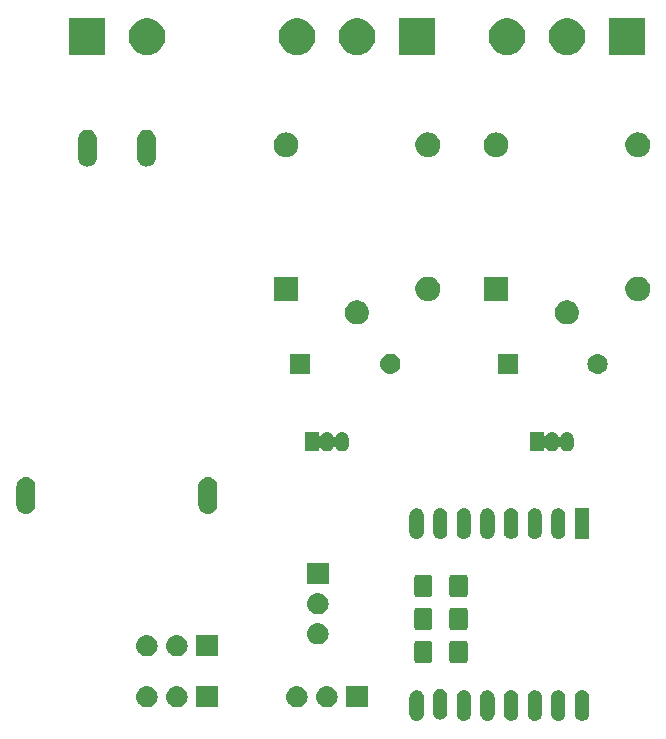
<source format=gbr>
G04 #@! TF.GenerationSoftware,KiCad,Pcbnew,5.0.2-bee76a0~70~ubuntu18.10.1*
G04 #@! TF.CreationDate,2019-05-17T12:20:37+02:00*
G04 #@! TF.ProjectId,interruptor,696e7465-7272-4757-9074-6f722e6b6963,rev?*
G04 #@! TF.SameCoordinates,Original*
G04 #@! TF.FileFunction,Soldermask,Bot*
G04 #@! TF.FilePolarity,Negative*
%FSLAX46Y46*%
G04 Gerber Fmt 4.6, Leading zero omitted, Abs format (unit mm)*
G04 Created by KiCad (PCBNEW 5.0.2-bee76a0~70~ubuntu18.10.1) date vie 17 may 2019 12:20:37 CEST*
%MOMM*%
%LPD*%
G01*
G04 APERTURE LIST*
%ADD10C,0.100000*%
G04 APERTURE END LIST*
D10*
G36*
X120737818Y-120087696D02*
X120851105Y-120122062D01*
X120955513Y-120177869D01*
X121047027Y-120252973D01*
X121122131Y-120344487D01*
X121177938Y-120448895D01*
X121212304Y-120562182D01*
X121221000Y-120650481D01*
X121221000Y-122109519D01*
X121212304Y-122197818D01*
X121177938Y-122311105D01*
X121126666Y-122407027D01*
X121122130Y-122415513D01*
X121047027Y-122507027D01*
X121009362Y-122537937D01*
X120955512Y-122582131D01*
X120851104Y-122637938D01*
X120737817Y-122672304D01*
X120620000Y-122683907D01*
X120502182Y-122672304D01*
X120388895Y-122637938D01*
X120284488Y-122582131D01*
X120270572Y-122570711D01*
X120192973Y-122507027D01*
X120159120Y-122465776D01*
X120117869Y-122415512D01*
X120062062Y-122311104D01*
X120027696Y-122197817D01*
X120019000Y-122109518D01*
X120019001Y-120650481D01*
X120027697Y-120562182D01*
X120062063Y-120448895D01*
X120117870Y-120344487D01*
X120192974Y-120252973D01*
X120284488Y-120177869D01*
X120388896Y-120122062D01*
X120502183Y-120087696D01*
X120620000Y-120076093D01*
X120737818Y-120087696D01*
X120737818Y-120087696D01*
G37*
G36*
X124737818Y-120087696D02*
X124851105Y-120122062D01*
X124955513Y-120177869D01*
X125047027Y-120252973D01*
X125122131Y-120344487D01*
X125177938Y-120448895D01*
X125212304Y-120562182D01*
X125221000Y-120650481D01*
X125221000Y-122109519D01*
X125212304Y-122197818D01*
X125177938Y-122311105D01*
X125126666Y-122407027D01*
X125122130Y-122415513D01*
X125047027Y-122507027D01*
X125009362Y-122537937D01*
X124955512Y-122582131D01*
X124851104Y-122637938D01*
X124737817Y-122672304D01*
X124620000Y-122683907D01*
X124502182Y-122672304D01*
X124388895Y-122637938D01*
X124284488Y-122582131D01*
X124270572Y-122570711D01*
X124192973Y-122507027D01*
X124159120Y-122465776D01*
X124117869Y-122415512D01*
X124062062Y-122311104D01*
X124027696Y-122197817D01*
X124019000Y-122109518D01*
X124019001Y-120650481D01*
X124027697Y-120562182D01*
X124062063Y-120448895D01*
X124117870Y-120344487D01*
X124192974Y-120252973D01*
X124284488Y-120177869D01*
X124388896Y-120122062D01*
X124502183Y-120087696D01*
X124620000Y-120076093D01*
X124737818Y-120087696D01*
X124737818Y-120087696D01*
G37*
G36*
X134737818Y-120087696D02*
X134851105Y-120122062D01*
X134955513Y-120177869D01*
X135047027Y-120252973D01*
X135122131Y-120344487D01*
X135177938Y-120448895D01*
X135212304Y-120562182D01*
X135221000Y-120650481D01*
X135221000Y-122109519D01*
X135212304Y-122197818D01*
X135177938Y-122311105D01*
X135126666Y-122407027D01*
X135122130Y-122415513D01*
X135047027Y-122507027D01*
X135009362Y-122537937D01*
X134955512Y-122582131D01*
X134851104Y-122637938D01*
X134737817Y-122672304D01*
X134620000Y-122683907D01*
X134502182Y-122672304D01*
X134388895Y-122637938D01*
X134284488Y-122582131D01*
X134270572Y-122570711D01*
X134192973Y-122507027D01*
X134159120Y-122465776D01*
X134117869Y-122415512D01*
X134062062Y-122311104D01*
X134027696Y-122197817D01*
X134019000Y-122109518D01*
X134019001Y-120650481D01*
X134027697Y-120562182D01*
X134062063Y-120448895D01*
X134117870Y-120344487D01*
X134192974Y-120252973D01*
X134284488Y-120177869D01*
X134388896Y-120122062D01*
X134502183Y-120087696D01*
X134620000Y-120076093D01*
X134737818Y-120087696D01*
X134737818Y-120087696D01*
G37*
G36*
X132737818Y-120087696D02*
X132851105Y-120122062D01*
X132955513Y-120177869D01*
X133047027Y-120252973D01*
X133122131Y-120344487D01*
X133177938Y-120448895D01*
X133212304Y-120562182D01*
X133221000Y-120650481D01*
X133221000Y-122109519D01*
X133212304Y-122197818D01*
X133177938Y-122311105D01*
X133126666Y-122407027D01*
X133122130Y-122415513D01*
X133047027Y-122507027D01*
X133009362Y-122537937D01*
X132955512Y-122582131D01*
X132851104Y-122637938D01*
X132737817Y-122672304D01*
X132620000Y-122683907D01*
X132502182Y-122672304D01*
X132388895Y-122637938D01*
X132284488Y-122582131D01*
X132270572Y-122570711D01*
X132192973Y-122507027D01*
X132159120Y-122465776D01*
X132117869Y-122415512D01*
X132062062Y-122311104D01*
X132027696Y-122197817D01*
X132019000Y-122109518D01*
X132019001Y-120650481D01*
X132027697Y-120562182D01*
X132062063Y-120448895D01*
X132117870Y-120344487D01*
X132192974Y-120252973D01*
X132284488Y-120177869D01*
X132388896Y-120122062D01*
X132502183Y-120087696D01*
X132620000Y-120076093D01*
X132737818Y-120087696D01*
X132737818Y-120087696D01*
G37*
G36*
X128737818Y-120087696D02*
X128851105Y-120122062D01*
X128955513Y-120177869D01*
X129047027Y-120252973D01*
X129122131Y-120344487D01*
X129177938Y-120448895D01*
X129212304Y-120562182D01*
X129221000Y-120650481D01*
X129221000Y-122109519D01*
X129212304Y-122197818D01*
X129177938Y-122311105D01*
X129126666Y-122407027D01*
X129122130Y-122415513D01*
X129047027Y-122507027D01*
X129009362Y-122537937D01*
X128955512Y-122582131D01*
X128851104Y-122637938D01*
X128737817Y-122672304D01*
X128620000Y-122683907D01*
X128502182Y-122672304D01*
X128388895Y-122637938D01*
X128284488Y-122582131D01*
X128270572Y-122570711D01*
X128192973Y-122507027D01*
X128159120Y-122465776D01*
X128117869Y-122415512D01*
X128062062Y-122311104D01*
X128027696Y-122197817D01*
X128019000Y-122109518D01*
X128019001Y-120650481D01*
X128027697Y-120562182D01*
X128062063Y-120448895D01*
X128117870Y-120344487D01*
X128192974Y-120252973D01*
X128284488Y-120177869D01*
X128388896Y-120122062D01*
X128502183Y-120087696D01*
X128620000Y-120076093D01*
X128737818Y-120087696D01*
X128737818Y-120087696D01*
G37*
G36*
X126737818Y-120087696D02*
X126851105Y-120122062D01*
X126955513Y-120177869D01*
X127047027Y-120252973D01*
X127122131Y-120344487D01*
X127177938Y-120448895D01*
X127212304Y-120562182D01*
X127221000Y-120650481D01*
X127221000Y-122109519D01*
X127212304Y-122197818D01*
X127177938Y-122311105D01*
X127126666Y-122407027D01*
X127122130Y-122415513D01*
X127047027Y-122507027D01*
X127009362Y-122537937D01*
X126955512Y-122582131D01*
X126851104Y-122637938D01*
X126737817Y-122672304D01*
X126620000Y-122683907D01*
X126502182Y-122672304D01*
X126388895Y-122637938D01*
X126284488Y-122582131D01*
X126270572Y-122570711D01*
X126192973Y-122507027D01*
X126159120Y-122465776D01*
X126117869Y-122415512D01*
X126062062Y-122311104D01*
X126027696Y-122197817D01*
X126019000Y-122109518D01*
X126019001Y-120650481D01*
X126027697Y-120562182D01*
X126062063Y-120448895D01*
X126117870Y-120344487D01*
X126192974Y-120252973D01*
X126284488Y-120177869D01*
X126388896Y-120122062D01*
X126502183Y-120087696D01*
X126620000Y-120076093D01*
X126737818Y-120087696D01*
X126737818Y-120087696D01*
G37*
G36*
X130737818Y-120087696D02*
X130851105Y-120122062D01*
X130955513Y-120177869D01*
X131047027Y-120252973D01*
X131122131Y-120344487D01*
X131177938Y-120448895D01*
X131212304Y-120562182D01*
X131221000Y-120650481D01*
X131221000Y-122109519D01*
X131212304Y-122197818D01*
X131177938Y-122311105D01*
X131126666Y-122407027D01*
X131122130Y-122415513D01*
X131047027Y-122507027D01*
X131009362Y-122537937D01*
X130955512Y-122582131D01*
X130851104Y-122637938D01*
X130737817Y-122672304D01*
X130620000Y-122683907D01*
X130502182Y-122672304D01*
X130388895Y-122637938D01*
X130284488Y-122582131D01*
X130270572Y-122570711D01*
X130192973Y-122507027D01*
X130159120Y-122465776D01*
X130117869Y-122415512D01*
X130062062Y-122311104D01*
X130027696Y-122197817D01*
X130019000Y-122109518D01*
X130019001Y-120650481D01*
X130027697Y-120562182D01*
X130062063Y-120448895D01*
X130117870Y-120344487D01*
X130192974Y-120252973D01*
X130284488Y-120177869D01*
X130388896Y-120122062D01*
X130502183Y-120087696D01*
X130620000Y-120076093D01*
X130737818Y-120087696D01*
X130737818Y-120087696D01*
G37*
G36*
X122737818Y-119987696D02*
X122851105Y-120022062D01*
X122955513Y-120077869D01*
X123047027Y-120152973D01*
X123122131Y-120244487D01*
X123177938Y-120348895D01*
X123212304Y-120462182D01*
X123221000Y-120550481D01*
X123221000Y-122009519D01*
X123212304Y-122097818D01*
X123177938Y-122211105D01*
X123122131Y-122315512D01*
X123122130Y-122315513D01*
X123047027Y-122407027D01*
X123005776Y-122440880D01*
X122955512Y-122482131D01*
X122851104Y-122537938D01*
X122737817Y-122572304D01*
X122620000Y-122583907D01*
X122502182Y-122572304D01*
X122388895Y-122537938D01*
X122284488Y-122482131D01*
X122270572Y-122470711D01*
X122192973Y-122407027D01*
X122159120Y-122365776D01*
X122117869Y-122315512D01*
X122062062Y-122211104D01*
X122027696Y-122097817D01*
X122019000Y-122009518D01*
X122019001Y-120550481D01*
X122027697Y-120462182D01*
X122062063Y-120348895D01*
X122117870Y-120244487D01*
X122192974Y-120152973D01*
X122284488Y-120077869D01*
X122388896Y-120022062D01*
X122502183Y-119987696D01*
X122620000Y-119976093D01*
X122737818Y-119987696D01*
X122737818Y-119987696D01*
G37*
G36*
X110600442Y-119755518D02*
X110666627Y-119762037D01*
X110779853Y-119796384D01*
X110836467Y-119813557D01*
X110975087Y-119887652D01*
X110992991Y-119897222D01*
X111028729Y-119926552D01*
X111130186Y-120009814D01*
X111186036Y-120077869D01*
X111242778Y-120147009D01*
X111242779Y-120147011D01*
X111326443Y-120303533D01*
X111326443Y-120303534D01*
X111377963Y-120473373D01*
X111395359Y-120650000D01*
X111377963Y-120826627D01*
X111343616Y-120939853D01*
X111326443Y-120996467D01*
X111252348Y-121135087D01*
X111242778Y-121152991D01*
X111213448Y-121188729D01*
X111130186Y-121290186D01*
X111028729Y-121373448D01*
X110992991Y-121402778D01*
X110992989Y-121402779D01*
X110836467Y-121486443D01*
X110779853Y-121503616D01*
X110666627Y-121537963D01*
X110600443Y-121544481D01*
X110534260Y-121551000D01*
X110445740Y-121551000D01*
X110379557Y-121544481D01*
X110313373Y-121537963D01*
X110200147Y-121503616D01*
X110143533Y-121486443D01*
X109987011Y-121402779D01*
X109987009Y-121402778D01*
X109951271Y-121373448D01*
X109849814Y-121290186D01*
X109766552Y-121188729D01*
X109737222Y-121152991D01*
X109727652Y-121135087D01*
X109653557Y-120996467D01*
X109636384Y-120939853D01*
X109602037Y-120826627D01*
X109584641Y-120650000D01*
X109602037Y-120473373D01*
X109653557Y-120303534D01*
X109653557Y-120303533D01*
X109737221Y-120147011D01*
X109737222Y-120147009D01*
X109793964Y-120077869D01*
X109849814Y-120009814D01*
X109951271Y-119926552D01*
X109987009Y-119897222D01*
X110004913Y-119887652D01*
X110143533Y-119813557D01*
X110200147Y-119796384D01*
X110313373Y-119762037D01*
X110379558Y-119755518D01*
X110445740Y-119749000D01*
X110534260Y-119749000D01*
X110600442Y-119755518D01*
X110600442Y-119755518D01*
G37*
G36*
X116471000Y-121551000D02*
X114669000Y-121551000D01*
X114669000Y-119749000D01*
X116471000Y-119749000D01*
X116471000Y-121551000D01*
X116471000Y-121551000D01*
G37*
G36*
X113140442Y-119755518D02*
X113206627Y-119762037D01*
X113319853Y-119796384D01*
X113376467Y-119813557D01*
X113515087Y-119887652D01*
X113532991Y-119897222D01*
X113568729Y-119926552D01*
X113670186Y-120009814D01*
X113726036Y-120077869D01*
X113782778Y-120147009D01*
X113782779Y-120147011D01*
X113866443Y-120303533D01*
X113866443Y-120303534D01*
X113917963Y-120473373D01*
X113935359Y-120650000D01*
X113917963Y-120826627D01*
X113883616Y-120939853D01*
X113866443Y-120996467D01*
X113792348Y-121135087D01*
X113782778Y-121152991D01*
X113753448Y-121188729D01*
X113670186Y-121290186D01*
X113568729Y-121373448D01*
X113532991Y-121402778D01*
X113532989Y-121402779D01*
X113376467Y-121486443D01*
X113319853Y-121503616D01*
X113206627Y-121537963D01*
X113140443Y-121544481D01*
X113074260Y-121551000D01*
X112985740Y-121551000D01*
X112919557Y-121544481D01*
X112853373Y-121537963D01*
X112740147Y-121503616D01*
X112683533Y-121486443D01*
X112527011Y-121402779D01*
X112527009Y-121402778D01*
X112491271Y-121373448D01*
X112389814Y-121290186D01*
X112306552Y-121188729D01*
X112277222Y-121152991D01*
X112267652Y-121135087D01*
X112193557Y-120996467D01*
X112176384Y-120939853D01*
X112142037Y-120826627D01*
X112124641Y-120650000D01*
X112142037Y-120473373D01*
X112193557Y-120303534D01*
X112193557Y-120303533D01*
X112277221Y-120147011D01*
X112277222Y-120147009D01*
X112333964Y-120077869D01*
X112389814Y-120009814D01*
X112491271Y-119926552D01*
X112527009Y-119897222D01*
X112544913Y-119887652D01*
X112683533Y-119813557D01*
X112740147Y-119796384D01*
X112853373Y-119762037D01*
X112919558Y-119755518D01*
X112985740Y-119749000D01*
X113074260Y-119749000D01*
X113140442Y-119755518D01*
X113140442Y-119755518D01*
G37*
G36*
X103771000Y-121551000D02*
X101969000Y-121551000D01*
X101969000Y-119749000D01*
X103771000Y-119749000D01*
X103771000Y-121551000D01*
X103771000Y-121551000D01*
G37*
G36*
X100440442Y-119755518D02*
X100506627Y-119762037D01*
X100619853Y-119796384D01*
X100676467Y-119813557D01*
X100815087Y-119887652D01*
X100832991Y-119897222D01*
X100868729Y-119926552D01*
X100970186Y-120009814D01*
X101026036Y-120077869D01*
X101082778Y-120147009D01*
X101082779Y-120147011D01*
X101166443Y-120303533D01*
X101166443Y-120303534D01*
X101217963Y-120473373D01*
X101235359Y-120650000D01*
X101217963Y-120826627D01*
X101183616Y-120939853D01*
X101166443Y-120996467D01*
X101092348Y-121135087D01*
X101082778Y-121152991D01*
X101053448Y-121188729D01*
X100970186Y-121290186D01*
X100868729Y-121373448D01*
X100832991Y-121402778D01*
X100832989Y-121402779D01*
X100676467Y-121486443D01*
X100619853Y-121503616D01*
X100506627Y-121537963D01*
X100440443Y-121544481D01*
X100374260Y-121551000D01*
X100285740Y-121551000D01*
X100219557Y-121544481D01*
X100153373Y-121537963D01*
X100040147Y-121503616D01*
X99983533Y-121486443D01*
X99827011Y-121402779D01*
X99827009Y-121402778D01*
X99791271Y-121373448D01*
X99689814Y-121290186D01*
X99606552Y-121188729D01*
X99577222Y-121152991D01*
X99567652Y-121135087D01*
X99493557Y-120996467D01*
X99476384Y-120939853D01*
X99442037Y-120826627D01*
X99424641Y-120650000D01*
X99442037Y-120473373D01*
X99493557Y-120303534D01*
X99493557Y-120303533D01*
X99577221Y-120147011D01*
X99577222Y-120147009D01*
X99633964Y-120077869D01*
X99689814Y-120009814D01*
X99791271Y-119926552D01*
X99827009Y-119897222D01*
X99844913Y-119887652D01*
X99983533Y-119813557D01*
X100040147Y-119796384D01*
X100153373Y-119762037D01*
X100219558Y-119755518D01*
X100285740Y-119749000D01*
X100374260Y-119749000D01*
X100440442Y-119755518D01*
X100440442Y-119755518D01*
G37*
G36*
X97900442Y-119755518D02*
X97966627Y-119762037D01*
X98079853Y-119796384D01*
X98136467Y-119813557D01*
X98275087Y-119887652D01*
X98292991Y-119897222D01*
X98328729Y-119926552D01*
X98430186Y-120009814D01*
X98486036Y-120077869D01*
X98542778Y-120147009D01*
X98542779Y-120147011D01*
X98626443Y-120303533D01*
X98626443Y-120303534D01*
X98677963Y-120473373D01*
X98695359Y-120650000D01*
X98677963Y-120826627D01*
X98643616Y-120939853D01*
X98626443Y-120996467D01*
X98552348Y-121135087D01*
X98542778Y-121152991D01*
X98513448Y-121188729D01*
X98430186Y-121290186D01*
X98328729Y-121373448D01*
X98292991Y-121402778D01*
X98292989Y-121402779D01*
X98136467Y-121486443D01*
X98079853Y-121503616D01*
X97966627Y-121537963D01*
X97900443Y-121544481D01*
X97834260Y-121551000D01*
X97745740Y-121551000D01*
X97679557Y-121544481D01*
X97613373Y-121537963D01*
X97500147Y-121503616D01*
X97443533Y-121486443D01*
X97287011Y-121402779D01*
X97287009Y-121402778D01*
X97251271Y-121373448D01*
X97149814Y-121290186D01*
X97066552Y-121188729D01*
X97037222Y-121152991D01*
X97027652Y-121135087D01*
X96953557Y-120996467D01*
X96936384Y-120939853D01*
X96902037Y-120826627D01*
X96884641Y-120650000D01*
X96902037Y-120473373D01*
X96953557Y-120303534D01*
X96953557Y-120303533D01*
X97037221Y-120147011D01*
X97037222Y-120147009D01*
X97093964Y-120077869D01*
X97149814Y-120009814D01*
X97251271Y-119926552D01*
X97287009Y-119897222D01*
X97304913Y-119887652D01*
X97443533Y-119813557D01*
X97500147Y-119796384D01*
X97613373Y-119762037D01*
X97679558Y-119755518D01*
X97745740Y-119749000D01*
X97834260Y-119749000D01*
X97900442Y-119755518D01*
X97900442Y-119755518D01*
G37*
G36*
X121807562Y-115918181D02*
X121842477Y-115928773D01*
X121874665Y-115945978D01*
X121902873Y-115969127D01*
X121926022Y-115997335D01*
X121943227Y-116029523D01*
X121953819Y-116064438D01*
X121958000Y-116106895D01*
X121958000Y-117573105D01*
X121953819Y-117615562D01*
X121943227Y-117650477D01*
X121926022Y-117682665D01*
X121902873Y-117710873D01*
X121874665Y-117734022D01*
X121842477Y-117751227D01*
X121807562Y-117761819D01*
X121765105Y-117766000D01*
X120623895Y-117766000D01*
X120581438Y-117761819D01*
X120546523Y-117751227D01*
X120514335Y-117734022D01*
X120486127Y-117710873D01*
X120462978Y-117682665D01*
X120445773Y-117650477D01*
X120435181Y-117615562D01*
X120431000Y-117573105D01*
X120431000Y-116106895D01*
X120435181Y-116064438D01*
X120445773Y-116029523D01*
X120462978Y-115997335D01*
X120486127Y-115969127D01*
X120514335Y-115945978D01*
X120546523Y-115928773D01*
X120581438Y-115918181D01*
X120623895Y-115914000D01*
X121765105Y-115914000D01*
X121807562Y-115918181D01*
X121807562Y-115918181D01*
G37*
G36*
X124782562Y-115918181D02*
X124817477Y-115928773D01*
X124849665Y-115945978D01*
X124877873Y-115969127D01*
X124901022Y-115997335D01*
X124918227Y-116029523D01*
X124928819Y-116064438D01*
X124933000Y-116106895D01*
X124933000Y-117573105D01*
X124928819Y-117615562D01*
X124918227Y-117650477D01*
X124901022Y-117682665D01*
X124877873Y-117710873D01*
X124849665Y-117734022D01*
X124817477Y-117751227D01*
X124782562Y-117761819D01*
X124740105Y-117766000D01*
X123598895Y-117766000D01*
X123556438Y-117761819D01*
X123521523Y-117751227D01*
X123489335Y-117734022D01*
X123461127Y-117710873D01*
X123437978Y-117682665D01*
X123420773Y-117650477D01*
X123410181Y-117615562D01*
X123406000Y-117573105D01*
X123406000Y-116106895D01*
X123410181Y-116064438D01*
X123420773Y-116029523D01*
X123437978Y-115997335D01*
X123461127Y-115969127D01*
X123489335Y-115945978D01*
X123521523Y-115928773D01*
X123556438Y-115918181D01*
X123598895Y-115914000D01*
X124740105Y-115914000D01*
X124782562Y-115918181D01*
X124782562Y-115918181D01*
G37*
G36*
X97900442Y-115437518D02*
X97966627Y-115444037D01*
X98079853Y-115478384D01*
X98136467Y-115495557D01*
X98275087Y-115569652D01*
X98292991Y-115579222D01*
X98328729Y-115608552D01*
X98430186Y-115691814D01*
X98513448Y-115793271D01*
X98542778Y-115829009D01*
X98542779Y-115829011D01*
X98626443Y-115985533D01*
X98630023Y-115997335D01*
X98677963Y-116155373D01*
X98695359Y-116332000D01*
X98677963Y-116508627D01*
X98643616Y-116621853D01*
X98626443Y-116678467D01*
X98552348Y-116817087D01*
X98542778Y-116834991D01*
X98513448Y-116870729D01*
X98430186Y-116972186D01*
X98328729Y-117055448D01*
X98292991Y-117084778D01*
X98292989Y-117084779D01*
X98136467Y-117168443D01*
X98079853Y-117185616D01*
X97966627Y-117219963D01*
X97900442Y-117226482D01*
X97834260Y-117233000D01*
X97745740Y-117233000D01*
X97679558Y-117226482D01*
X97613373Y-117219963D01*
X97500147Y-117185616D01*
X97443533Y-117168443D01*
X97287011Y-117084779D01*
X97287009Y-117084778D01*
X97251271Y-117055448D01*
X97149814Y-116972186D01*
X97066552Y-116870729D01*
X97037222Y-116834991D01*
X97027652Y-116817087D01*
X96953557Y-116678467D01*
X96936384Y-116621853D01*
X96902037Y-116508627D01*
X96884641Y-116332000D01*
X96902037Y-116155373D01*
X96949977Y-115997335D01*
X96953557Y-115985533D01*
X97037221Y-115829011D01*
X97037222Y-115829009D01*
X97066552Y-115793271D01*
X97149814Y-115691814D01*
X97251271Y-115608552D01*
X97287009Y-115579222D01*
X97304913Y-115569652D01*
X97443533Y-115495557D01*
X97500147Y-115478384D01*
X97613373Y-115444037D01*
X97679558Y-115437518D01*
X97745740Y-115431000D01*
X97834260Y-115431000D01*
X97900442Y-115437518D01*
X97900442Y-115437518D01*
G37*
G36*
X100440442Y-115437518D02*
X100506627Y-115444037D01*
X100619853Y-115478384D01*
X100676467Y-115495557D01*
X100815087Y-115569652D01*
X100832991Y-115579222D01*
X100868729Y-115608552D01*
X100970186Y-115691814D01*
X101053448Y-115793271D01*
X101082778Y-115829009D01*
X101082779Y-115829011D01*
X101166443Y-115985533D01*
X101170023Y-115997335D01*
X101217963Y-116155373D01*
X101235359Y-116332000D01*
X101217963Y-116508627D01*
X101183616Y-116621853D01*
X101166443Y-116678467D01*
X101092348Y-116817087D01*
X101082778Y-116834991D01*
X101053448Y-116870729D01*
X100970186Y-116972186D01*
X100868729Y-117055448D01*
X100832991Y-117084778D01*
X100832989Y-117084779D01*
X100676467Y-117168443D01*
X100619853Y-117185616D01*
X100506627Y-117219963D01*
X100440442Y-117226482D01*
X100374260Y-117233000D01*
X100285740Y-117233000D01*
X100219558Y-117226482D01*
X100153373Y-117219963D01*
X100040147Y-117185616D01*
X99983533Y-117168443D01*
X99827011Y-117084779D01*
X99827009Y-117084778D01*
X99791271Y-117055448D01*
X99689814Y-116972186D01*
X99606552Y-116870729D01*
X99577222Y-116834991D01*
X99567652Y-116817087D01*
X99493557Y-116678467D01*
X99476384Y-116621853D01*
X99442037Y-116508627D01*
X99424641Y-116332000D01*
X99442037Y-116155373D01*
X99489977Y-115997335D01*
X99493557Y-115985533D01*
X99577221Y-115829011D01*
X99577222Y-115829009D01*
X99606552Y-115793271D01*
X99689814Y-115691814D01*
X99791271Y-115608552D01*
X99827009Y-115579222D01*
X99844913Y-115569652D01*
X99983533Y-115495557D01*
X100040147Y-115478384D01*
X100153373Y-115444037D01*
X100219558Y-115437518D01*
X100285740Y-115431000D01*
X100374260Y-115431000D01*
X100440442Y-115437518D01*
X100440442Y-115437518D01*
G37*
G36*
X103771000Y-117233000D02*
X101969000Y-117233000D01*
X101969000Y-115431000D01*
X103771000Y-115431000D01*
X103771000Y-117233000D01*
X103771000Y-117233000D01*
G37*
G36*
X112378442Y-114421518D02*
X112444627Y-114428037D01*
X112557853Y-114462384D01*
X112614467Y-114479557D01*
X112753087Y-114553652D01*
X112770991Y-114563222D01*
X112806729Y-114592552D01*
X112908186Y-114675814D01*
X112991448Y-114777271D01*
X113020778Y-114813009D01*
X113020779Y-114813011D01*
X113104443Y-114969533D01*
X113104443Y-114969534D01*
X113155963Y-115139373D01*
X113173359Y-115316000D01*
X113155963Y-115492627D01*
X113155074Y-115495557D01*
X113104443Y-115662467D01*
X113088756Y-115691814D01*
X113020778Y-115818991D01*
X112991448Y-115854729D01*
X112908186Y-115956186D01*
X112818823Y-116029523D01*
X112770991Y-116068778D01*
X112770989Y-116068779D01*
X112614467Y-116152443D01*
X112557853Y-116169616D01*
X112444627Y-116203963D01*
X112378443Y-116210481D01*
X112312260Y-116217000D01*
X112223740Y-116217000D01*
X112157557Y-116210481D01*
X112091373Y-116203963D01*
X111978147Y-116169616D01*
X111921533Y-116152443D01*
X111765011Y-116068779D01*
X111765009Y-116068778D01*
X111717177Y-116029523D01*
X111627814Y-115956186D01*
X111544552Y-115854729D01*
X111515222Y-115818991D01*
X111447244Y-115691814D01*
X111431557Y-115662467D01*
X111380926Y-115495557D01*
X111380037Y-115492627D01*
X111362641Y-115316000D01*
X111380037Y-115139373D01*
X111431557Y-114969534D01*
X111431557Y-114969533D01*
X111515221Y-114813011D01*
X111515222Y-114813009D01*
X111544552Y-114777271D01*
X111627814Y-114675814D01*
X111729271Y-114592552D01*
X111765009Y-114563222D01*
X111782913Y-114553652D01*
X111921533Y-114479557D01*
X111978147Y-114462384D01*
X112091373Y-114428037D01*
X112157558Y-114421518D01*
X112223740Y-114415000D01*
X112312260Y-114415000D01*
X112378442Y-114421518D01*
X112378442Y-114421518D01*
G37*
G36*
X124782562Y-113124181D02*
X124817477Y-113134773D01*
X124849665Y-113151978D01*
X124877873Y-113175127D01*
X124901022Y-113203335D01*
X124918227Y-113235523D01*
X124928819Y-113270438D01*
X124933000Y-113312895D01*
X124933000Y-114779105D01*
X124928819Y-114821562D01*
X124918227Y-114856477D01*
X124901022Y-114888665D01*
X124877873Y-114916873D01*
X124849665Y-114940022D01*
X124817477Y-114957227D01*
X124782562Y-114967819D01*
X124740105Y-114972000D01*
X123598895Y-114972000D01*
X123556438Y-114967819D01*
X123521523Y-114957227D01*
X123489335Y-114940022D01*
X123461127Y-114916873D01*
X123437978Y-114888665D01*
X123420773Y-114856477D01*
X123410181Y-114821562D01*
X123406000Y-114779105D01*
X123406000Y-113312895D01*
X123410181Y-113270438D01*
X123420773Y-113235523D01*
X123437978Y-113203335D01*
X123461127Y-113175127D01*
X123489335Y-113151978D01*
X123521523Y-113134773D01*
X123556438Y-113124181D01*
X123598895Y-113120000D01*
X124740105Y-113120000D01*
X124782562Y-113124181D01*
X124782562Y-113124181D01*
G37*
G36*
X121807562Y-113124181D02*
X121842477Y-113134773D01*
X121874665Y-113151978D01*
X121902873Y-113175127D01*
X121926022Y-113203335D01*
X121943227Y-113235523D01*
X121953819Y-113270438D01*
X121958000Y-113312895D01*
X121958000Y-114779105D01*
X121953819Y-114821562D01*
X121943227Y-114856477D01*
X121926022Y-114888665D01*
X121902873Y-114916873D01*
X121874665Y-114940022D01*
X121842477Y-114957227D01*
X121807562Y-114967819D01*
X121765105Y-114972000D01*
X120623895Y-114972000D01*
X120581438Y-114967819D01*
X120546523Y-114957227D01*
X120514335Y-114940022D01*
X120486127Y-114916873D01*
X120462978Y-114888665D01*
X120445773Y-114856477D01*
X120435181Y-114821562D01*
X120431000Y-114779105D01*
X120431000Y-113312895D01*
X120435181Y-113270438D01*
X120445773Y-113235523D01*
X120462978Y-113203335D01*
X120486127Y-113175127D01*
X120514335Y-113151978D01*
X120546523Y-113134773D01*
X120581438Y-113124181D01*
X120623895Y-113120000D01*
X121765105Y-113120000D01*
X121807562Y-113124181D01*
X121807562Y-113124181D01*
G37*
G36*
X112378442Y-111881518D02*
X112444627Y-111888037D01*
X112557853Y-111922384D01*
X112614467Y-111939557D01*
X112699680Y-111985105D01*
X112770991Y-112023222D01*
X112776279Y-112027562D01*
X112908186Y-112135814D01*
X112991448Y-112237271D01*
X113020778Y-112273009D01*
X113020779Y-112273011D01*
X113104443Y-112429533D01*
X113104443Y-112429534D01*
X113155963Y-112599373D01*
X113173359Y-112776000D01*
X113155963Y-112952627D01*
X113121616Y-113065853D01*
X113104443Y-113122467D01*
X113044012Y-113235523D01*
X113020778Y-113278991D01*
X112991448Y-113314729D01*
X112908186Y-113416186D01*
X112806729Y-113499448D01*
X112770991Y-113528778D01*
X112770989Y-113528779D01*
X112614467Y-113612443D01*
X112557853Y-113629616D01*
X112444627Y-113663963D01*
X112378443Y-113670481D01*
X112312260Y-113677000D01*
X112223740Y-113677000D01*
X112157557Y-113670481D01*
X112091373Y-113663963D01*
X111978147Y-113629616D01*
X111921533Y-113612443D01*
X111765011Y-113528779D01*
X111765009Y-113528778D01*
X111729271Y-113499448D01*
X111627814Y-113416186D01*
X111544552Y-113314729D01*
X111515222Y-113278991D01*
X111491988Y-113235523D01*
X111431557Y-113122467D01*
X111414384Y-113065853D01*
X111380037Y-112952627D01*
X111362641Y-112776000D01*
X111380037Y-112599373D01*
X111431557Y-112429534D01*
X111431557Y-112429533D01*
X111515221Y-112273011D01*
X111515222Y-112273009D01*
X111544552Y-112237271D01*
X111627814Y-112135814D01*
X111759721Y-112027562D01*
X111765009Y-112023222D01*
X111836320Y-111985105D01*
X111921533Y-111939557D01*
X111978147Y-111922384D01*
X112091373Y-111888037D01*
X112157558Y-111881518D01*
X112223740Y-111875000D01*
X112312260Y-111875000D01*
X112378442Y-111881518D01*
X112378442Y-111881518D01*
G37*
G36*
X124782562Y-110330181D02*
X124817477Y-110340773D01*
X124849665Y-110357978D01*
X124877873Y-110381127D01*
X124901022Y-110409335D01*
X124918227Y-110441523D01*
X124928819Y-110476438D01*
X124933000Y-110518895D01*
X124933000Y-111985105D01*
X124928819Y-112027562D01*
X124918227Y-112062477D01*
X124901022Y-112094665D01*
X124877873Y-112122873D01*
X124849665Y-112146022D01*
X124817477Y-112163227D01*
X124782562Y-112173819D01*
X124740105Y-112178000D01*
X123598895Y-112178000D01*
X123556438Y-112173819D01*
X123521523Y-112163227D01*
X123489335Y-112146022D01*
X123461127Y-112122873D01*
X123437978Y-112094665D01*
X123420773Y-112062477D01*
X123410181Y-112027562D01*
X123406000Y-111985105D01*
X123406000Y-110518895D01*
X123410181Y-110476438D01*
X123420773Y-110441523D01*
X123437978Y-110409335D01*
X123461127Y-110381127D01*
X123489335Y-110357978D01*
X123521523Y-110340773D01*
X123556438Y-110330181D01*
X123598895Y-110326000D01*
X124740105Y-110326000D01*
X124782562Y-110330181D01*
X124782562Y-110330181D01*
G37*
G36*
X121807562Y-110330181D02*
X121842477Y-110340773D01*
X121874665Y-110357978D01*
X121902873Y-110381127D01*
X121926022Y-110409335D01*
X121943227Y-110441523D01*
X121953819Y-110476438D01*
X121958000Y-110518895D01*
X121958000Y-111985105D01*
X121953819Y-112027562D01*
X121943227Y-112062477D01*
X121926022Y-112094665D01*
X121902873Y-112122873D01*
X121874665Y-112146022D01*
X121842477Y-112163227D01*
X121807562Y-112173819D01*
X121765105Y-112178000D01*
X120623895Y-112178000D01*
X120581438Y-112173819D01*
X120546523Y-112163227D01*
X120514335Y-112146022D01*
X120486127Y-112122873D01*
X120462978Y-112094665D01*
X120445773Y-112062477D01*
X120435181Y-112027562D01*
X120431000Y-111985105D01*
X120431000Y-110518895D01*
X120435181Y-110476438D01*
X120445773Y-110441523D01*
X120462978Y-110409335D01*
X120486127Y-110381127D01*
X120514335Y-110357978D01*
X120546523Y-110340773D01*
X120581438Y-110330181D01*
X120623895Y-110326000D01*
X121765105Y-110326000D01*
X121807562Y-110330181D01*
X121807562Y-110330181D01*
G37*
G36*
X113169000Y-111137000D02*
X111367000Y-111137000D01*
X111367000Y-109335000D01*
X113169000Y-109335000D01*
X113169000Y-111137000D01*
X113169000Y-111137000D01*
G37*
G36*
X124737818Y-104687696D02*
X124851105Y-104722062D01*
X124955513Y-104777869D01*
X125047027Y-104852973D01*
X125122131Y-104944487D01*
X125177938Y-105048895D01*
X125212304Y-105162182D01*
X125221000Y-105250481D01*
X125221000Y-106709519D01*
X125212304Y-106797818D01*
X125177938Y-106911105D01*
X125122131Y-107015512D01*
X125122130Y-107015513D01*
X125047027Y-107107027D01*
X125005776Y-107140880D01*
X124955512Y-107182131D01*
X124851104Y-107237938D01*
X124737817Y-107272304D01*
X124620000Y-107283907D01*
X124502182Y-107272304D01*
X124388895Y-107237938D01*
X124284488Y-107182131D01*
X124270572Y-107170711D01*
X124192973Y-107107027D01*
X124159120Y-107065776D01*
X124117869Y-107015512D01*
X124062062Y-106911104D01*
X124027696Y-106797817D01*
X124019000Y-106709518D01*
X124019001Y-105250481D01*
X124027697Y-105162182D01*
X124062063Y-105048895D01*
X124117870Y-104944487D01*
X124192974Y-104852973D01*
X124284488Y-104777869D01*
X124388896Y-104722062D01*
X124502183Y-104687696D01*
X124620000Y-104676093D01*
X124737818Y-104687696D01*
X124737818Y-104687696D01*
G37*
G36*
X120737818Y-104687696D02*
X120851105Y-104722062D01*
X120955513Y-104777869D01*
X121047027Y-104852973D01*
X121122131Y-104944487D01*
X121177938Y-105048895D01*
X121212304Y-105162182D01*
X121221000Y-105250481D01*
X121221000Y-106709519D01*
X121212304Y-106797818D01*
X121177938Y-106911105D01*
X121122131Y-107015512D01*
X121122130Y-107015513D01*
X121047027Y-107107027D01*
X121005776Y-107140880D01*
X120955512Y-107182131D01*
X120851104Y-107237938D01*
X120737817Y-107272304D01*
X120620000Y-107283907D01*
X120502182Y-107272304D01*
X120388895Y-107237938D01*
X120284488Y-107182131D01*
X120270572Y-107170711D01*
X120192973Y-107107027D01*
X120159120Y-107065776D01*
X120117869Y-107015512D01*
X120062062Y-106911104D01*
X120027696Y-106797817D01*
X120019000Y-106709518D01*
X120019001Y-105250481D01*
X120027697Y-105162182D01*
X120062063Y-105048895D01*
X120117870Y-104944487D01*
X120192974Y-104852973D01*
X120284488Y-104777869D01*
X120388896Y-104722062D01*
X120502183Y-104687696D01*
X120620000Y-104676093D01*
X120737818Y-104687696D01*
X120737818Y-104687696D01*
G37*
G36*
X132737818Y-104687696D02*
X132851105Y-104722062D01*
X132955513Y-104777869D01*
X133047027Y-104852973D01*
X133122131Y-104944487D01*
X133177938Y-105048895D01*
X133212304Y-105162182D01*
X133221000Y-105250481D01*
X133221000Y-106709519D01*
X133212304Y-106797818D01*
X133177938Y-106911105D01*
X133122131Y-107015512D01*
X133122130Y-107015513D01*
X133047027Y-107107027D01*
X133005776Y-107140880D01*
X132955512Y-107182131D01*
X132851104Y-107237938D01*
X132737817Y-107272304D01*
X132620000Y-107283907D01*
X132502182Y-107272304D01*
X132388895Y-107237938D01*
X132284488Y-107182131D01*
X132270572Y-107170711D01*
X132192973Y-107107027D01*
X132159120Y-107065776D01*
X132117869Y-107015512D01*
X132062062Y-106911104D01*
X132027696Y-106797817D01*
X132019000Y-106709518D01*
X132019001Y-105250481D01*
X132027697Y-105162182D01*
X132062063Y-105048895D01*
X132117870Y-104944487D01*
X132192974Y-104852973D01*
X132284488Y-104777869D01*
X132388896Y-104722062D01*
X132502183Y-104687696D01*
X132620000Y-104676093D01*
X132737818Y-104687696D01*
X132737818Y-104687696D01*
G37*
G36*
X130737818Y-104687696D02*
X130851105Y-104722062D01*
X130955513Y-104777869D01*
X131047027Y-104852973D01*
X131122131Y-104944487D01*
X131177938Y-105048895D01*
X131212304Y-105162182D01*
X131221000Y-105250481D01*
X131221000Y-106709519D01*
X131212304Y-106797818D01*
X131177938Y-106911105D01*
X131122131Y-107015512D01*
X131122130Y-107015513D01*
X131047027Y-107107027D01*
X131005776Y-107140880D01*
X130955512Y-107182131D01*
X130851104Y-107237938D01*
X130737817Y-107272304D01*
X130620000Y-107283907D01*
X130502182Y-107272304D01*
X130388895Y-107237938D01*
X130284488Y-107182131D01*
X130270572Y-107170711D01*
X130192973Y-107107027D01*
X130159120Y-107065776D01*
X130117869Y-107015512D01*
X130062062Y-106911104D01*
X130027696Y-106797817D01*
X130019000Y-106709518D01*
X130019001Y-105250481D01*
X130027697Y-105162182D01*
X130062063Y-105048895D01*
X130117870Y-104944487D01*
X130192974Y-104852973D01*
X130284488Y-104777869D01*
X130388896Y-104722062D01*
X130502183Y-104687696D01*
X130620000Y-104676093D01*
X130737818Y-104687696D01*
X130737818Y-104687696D01*
G37*
G36*
X128737818Y-104687696D02*
X128851105Y-104722062D01*
X128955513Y-104777869D01*
X129047027Y-104852973D01*
X129122131Y-104944487D01*
X129177938Y-105048895D01*
X129212304Y-105162182D01*
X129221000Y-105250481D01*
X129221000Y-106709519D01*
X129212304Y-106797818D01*
X129177938Y-106911105D01*
X129122131Y-107015512D01*
X129122130Y-107015513D01*
X129047027Y-107107027D01*
X129005776Y-107140880D01*
X128955512Y-107182131D01*
X128851104Y-107237938D01*
X128737817Y-107272304D01*
X128620000Y-107283907D01*
X128502182Y-107272304D01*
X128388895Y-107237938D01*
X128284488Y-107182131D01*
X128270572Y-107170711D01*
X128192973Y-107107027D01*
X128159120Y-107065776D01*
X128117869Y-107015512D01*
X128062062Y-106911104D01*
X128027696Y-106797817D01*
X128019000Y-106709518D01*
X128019001Y-105250481D01*
X128027697Y-105162182D01*
X128062063Y-105048895D01*
X128117870Y-104944487D01*
X128192974Y-104852973D01*
X128284488Y-104777869D01*
X128388896Y-104722062D01*
X128502183Y-104687696D01*
X128620000Y-104676093D01*
X128737818Y-104687696D01*
X128737818Y-104687696D01*
G37*
G36*
X126737818Y-104687696D02*
X126851105Y-104722062D01*
X126955513Y-104777869D01*
X127047027Y-104852973D01*
X127122131Y-104944487D01*
X127177938Y-105048895D01*
X127212304Y-105162182D01*
X127221000Y-105250481D01*
X127221000Y-106709519D01*
X127212304Y-106797818D01*
X127177938Y-106911105D01*
X127122131Y-107015512D01*
X127122130Y-107015513D01*
X127047027Y-107107027D01*
X127005776Y-107140880D01*
X126955512Y-107182131D01*
X126851104Y-107237938D01*
X126737817Y-107272304D01*
X126620000Y-107283907D01*
X126502182Y-107272304D01*
X126388895Y-107237938D01*
X126284488Y-107182131D01*
X126270572Y-107170711D01*
X126192973Y-107107027D01*
X126159120Y-107065776D01*
X126117869Y-107015512D01*
X126062062Y-106911104D01*
X126027696Y-106797817D01*
X126019000Y-106709518D01*
X126019001Y-105250481D01*
X126027697Y-105162182D01*
X126062063Y-105048895D01*
X126117870Y-104944487D01*
X126192974Y-104852973D01*
X126284488Y-104777869D01*
X126388896Y-104722062D01*
X126502183Y-104687696D01*
X126620000Y-104676093D01*
X126737818Y-104687696D01*
X126737818Y-104687696D01*
G37*
G36*
X122737818Y-104687696D02*
X122851105Y-104722062D01*
X122955513Y-104777869D01*
X123047027Y-104852973D01*
X123122131Y-104944487D01*
X123177938Y-105048895D01*
X123212304Y-105162182D01*
X123221000Y-105250481D01*
X123221000Y-106709519D01*
X123212304Y-106797818D01*
X123177938Y-106911105D01*
X123122131Y-107015512D01*
X123122130Y-107015513D01*
X123047027Y-107107027D01*
X123005776Y-107140880D01*
X122955512Y-107182131D01*
X122851104Y-107237938D01*
X122737817Y-107272304D01*
X122620000Y-107283907D01*
X122502182Y-107272304D01*
X122388895Y-107237938D01*
X122284488Y-107182131D01*
X122270572Y-107170711D01*
X122192973Y-107107027D01*
X122159120Y-107065776D01*
X122117869Y-107015512D01*
X122062062Y-106911104D01*
X122027696Y-106797817D01*
X122019000Y-106709518D01*
X122019001Y-105250481D01*
X122027697Y-105162182D01*
X122062063Y-105048895D01*
X122117870Y-104944487D01*
X122192974Y-104852973D01*
X122284488Y-104777869D01*
X122388896Y-104722062D01*
X122502183Y-104687696D01*
X122620000Y-104676093D01*
X122737818Y-104687696D01*
X122737818Y-104687696D01*
G37*
G36*
X135221000Y-107281000D02*
X134019000Y-107281000D01*
X134019000Y-104679000D01*
X135221000Y-104679000D01*
X135221000Y-107281000D01*
X135221000Y-107281000D01*
G37*
G36*
X87693660Y-102051254D02*
X87707809Y-102052648D01*
X87733099Y-102060320D01*
X87859551Y-102098678D01*
X87999398Y-102173428D01*
X88121975Y-102274025D01*
X88222572Y-102396602D01*
X88297322Y-102536449D01*
X88343352Y-102688192D01*
X88355000Y-102806454D01*
X88355000Y-104393546D01*
X88343352Y-104511808D01*
X88297322Y-104663551D01*
X88222572Y-104803398D01*
X88172274Y-104864686D01*
X88121978Y-104925972D01*
X88121976Y-104925973D01*
X88121975Y-104925975D01*
X87999397Y-105026572D01*
X87859550Y-105101322D01*
X87733098Y-105139680D01*
X87707808Y-105147352D01*
X87693659Y-105148746D01*
X87550000Y-105162895D01*
X87406340Y-105148746D01*
X87392191Y-105147352D01*
X87366901Y-105139680D01*
X87240449Y-105101322D01*
X87100602Y-105026572D01*
X87039314Y-104976274D01*
X86978028Y-104925978D01*
X86978027Y-104925976D01*
X86978025Y-104925975D01*
X86877428Y-104803397D01*
X86802678Y-104663550D01*
X86764320Y-104537097D01*
X86756648Y-104511808D01*
X86754984Y-104494912D01*
X86745000Y-104393545D01*
X86745001Y-102806454D01*
X86756649Y-102688192D01*
X86802679Y-102536449D01*
X86877429Y-102396602D01*
X86978026Y-102274025D01*
X87100603Y-102173428D01*
X87240450Y-102098678D01*
X87366902Y-102060320D01*
X87392192Y-102052648D01*
X87406341Y-102051254D01*
X87550000Y-102037105D01*
X87693660Y-102051254D01*
X87693660Y-102051254D01*
G37*
G36*
X103093660Y-102051254D02*
X103107809Y-102052648D01*
X103133099Y-102060320D01*
X103259551Y-102098678D01*
X103399398Y-102173428D01*
X103521975Y-102274025D01*
X103622572Y-102396602D01*
X103697322Y-102536449D01*
X103743352Y-102688192D01*
X103755000Y-102806454D01*
X103755000Y-104393546D01*
X103743352Y-104511808D01*
X103697322Y-104663551D01*
X103622572Y-104803398D01*
X103572274Y-104864686D01*
X103521978Y-104925972D01*
X103521976Y-104925973D01*
X103521975Y-104925975D01*
X103399397Y-105026572D01*
X103259550Y-105101322D01*
X103133098Y-105139680D01*
X103107808Y-105147352D01*
X103093659Y-105148746D01*
X102950000Y-105162895D01*
X102806340Y-105148746D01*
X102792191Y-105147352D01*
X102766901Y-105139680D01*
X102640449Y-105101322D01*
X102500602Y-105026572D01*
X102439314Y-104976274D01*
X102378028Y-104925978D01*
X102378027Y-104925976D01*
X102378025Y-104925975D01*
X102277428Y-104803397D01*
X102202678Y-104663550D01*
X102164320Y-104537097D01*
X102156648Y-104511808D01*
X102154984Y-104494912D01*
X102145000Y-104393545D01*
X102145001Y-102806454D01*
X102156649Y-102688192D01*
X102202679Y-102536449D01*
X102277429Y-102396602D01*
X102378026Y-102274025D01*
X102500603Y-102173428D01*
X102640450Y-102098678D01*
X102766902Y-102060320D01*
X102792192Y-102052648D01*
X102806341Y-102051254D01*
X102950000Y-102037105D01*
X103093660Y-102051254D01*
X103093660Y-102051254D01*
G37*
G36*
X133462915Y-98267334D02*
X133571491Y-98300271D01*
X133671556Y-98353756D01*
X133759264Y-98425736D01*
X133831244Y-98513443D01*
X133884729Y-98613508D01*
X133917666Y-98722084D01*
X133926000Y-98806702D01*
X133926000Y-99313297D01*
X133917666Y-99397916D01*
X133884729Y-99506492D01*
X133831244Y-99606557D01*
X133759264Y-99694264D01*
X133671557Y-99766244D01*
X133571492Y-99819729D01*
X133462916Y-99852666D01*
X133350000Y-99863787D01*
X133237085Y-99852666D01*
X133128509Y-99819729D01*
X133028444Y-99766244D01*
X132940737Y-99694264D01*
X132868757Y-99606557D01*
X132825240Y-99525143D01*
X132811627Y-99504768D01*
X132794299Y-99487441D01*
X132773925Y-99473827D01*
X132751286Y-99464450D01*
X132727253Y-99459669D01*
X132702748Y-99459669D01*
X132678715Y-99464449D01*
X132656076Y-99473827D01*
X132635701Y-99487440D01*
X132618374Y-99504768D01*
X132604760Y-99525143D01*
X132561244Y-99606557D01*
X132489264Y-99694264D01*
X132401557Y-99766244D01*
X132301492Y-99819729D01*
X132192916Y-99852666D01*
X132080000Y-99863787D01*
X131967085Y-99852666D01*
X131858509Y-99819729D01*
X131758444Y-99766244D01*
X131670737Y-99694264D01*
X131607626Y-99617364D01*
X131590299Y-99600036D01*
X131569924Y-99586423D01*
X131547285Y-99577045D01*
X131523252Y-99572265D01*
X131498748Y-99572265D01*
X131474714Y-99577046D01*
X131452075Y-99586423D01*
X131431701Y-99600037D01*
X131414373Y-99617364D01*
X131400760Y-99637739D01*
X131391382Y-99660378D01*
X131386000Y-99696663D01*
X131386000Y-99861000D01*
X130234000Y-99861000D01*
X130234000Y-98259000D01*
X131386000Y-98259000D01*
X131386000Y-98423337D01*
X131388402Y-98447723D01*
X131395515Y-98471172D01*
X131407066Y-98492783D01*
X131422612Y-98511725D01*
X131441554Y-98527271D01*
X131463165Y-98538822D01*
X131486614Y-98545935D01*
X131511000Y-98548337D01*
X131535386Y-98545935D01*
X131558835Y-98538822D01*
X131580446Y-98527271D01*
X131607626Y-98502636D01*
X131670734Y-98425739D01*
X131670736Y-98425736D01*
X131758443Y-98353756D01*
X131858508Y-98300271D01*
X131967084Y-98267334D01*
X132080000Y-98256213D01*
X132192915Y-98267334D01*
X132301491Y-98300271D01*
X132401556Y-98353756D01*
X132489264Y-98425736D01*
X132561244Y-98513443D01*
X132604767Y-98594869D01*
X132618373Y-98615232D01*
X132635700Y-98632560D01*
X132656075Y-98646174D01*
X132678713Y-98655551D01*
X132702747Y-98660332D01*
X132727251Y-98660332D01*
X132751285Y-98655552D01*
X132773924Y-98646175D01*
X132794298Y-98632561D01*
X132811626Y-98615234D01*
X132825240Y-98594858D01*
X132868756Y-98513444D01*
X132940734Y-98425739D01*
X132940736Y-98425736D01*
X133028443Y-98353756D01*
X133128508Y-98300271D01*
X133237084Y-98267334D01*
X133350000Y-98256213D01*
X133462915Y-98267334D01*
X133462915Y-98267334D01*
G37*
G36*
X114412915Y-98267334D02*
X114521491Y-98300271D01*
X114621556Y-98353756D01*
X114709264Y-98425736D01*
X114781244Y-98513443D01*
X114834729Y-98613508D01*
X114867666Y-98722084D01*
X114876000Y-98806702D01*
X114876000Y-99313297D01*
X114867666Y-99397916D01*
X114834729Y-99506492D01*
X114781244Y-99606557D01*
X114709264Y-99694264D01*
X114621557Y-99766244D01*
X114521492Y-99819729D01*
X114412916Y-99852666D01*
X114300000Y-99863787D01*
X114187085Y-99852666D01*
X114078509Y-99819729D01*
X113978444Y-99766244D01*
X113890737Y-99694264D01*
X113818757Y-99606557D01*
X113775240Y-99525143D01*
X113761627Y-99504768D01*
X113744299Y-99487441D01*
X113723925Y-99473827D01*
X113701286Y-99464450D01*
X113677253Y-99459669D01*
X113652748Y-99459669D01*
X113628715Y-99464449D01*
X113606076Y-99473827D01*
X113585701Y-99487440D01*
X113568374Y-99504768D01*
X113554760Y-99525143D01*
X113511244Y-99606557D01*
X113439264Y-99694264D01*
X113351557Y-99766244D01*
X113251492Y-99819729D01*
X113142916Y-99852666D01*
X113030000Y-99863787D01*
X112917085Y-99852666D01*
X112808509Y-99819729D01*
X112708444Y-99766244D01*
X112620737Y-99694264D01*
X112557626Y-99617364D01*
X112540299Y-99600036D01*
X112519924Y-99586423D01*
X112497285Y-99577045D01*
X112473252Y-99572265D01*
X112448748Y-99572265D01*
X112424714Y-99577046D01*
X112402075Y-99586423D01*
X112381701Y-99600037D01*
X112364373Y-99617364D01*
X112350760Y-99637739D01*
X112341382Y-99660378D01*
X112336000Y-99696663D01*
X112336000Y-99861000D01*
X111184000Y-99861000D01*
X111184000Y-98259000D01*
X112336000Y-98259000D01*
X112336000Y-98423337D01*
X112338402Y-98447723D01*
X112345515Y-98471172D01*
X112357066Y-98492783D01*
X112372612Y-98511725D01*
X112391554Y-98527271D01*
X112413165Y-98538822D01*
X112436614Y-98545935D01*
X112461000Y-98548337D01*
X112485386Y-98545935D01*
X112508835Y-98538822D01*
X112530446Y-98527271D01*
X112557626Y-98502636D01*
X112620734Y-98425739D01*
X112620736Y-98425736D01*
X112708443Y-98353756D01*
X112808508Y-98300271D01*
X112917084Y-98267334D01*
X113030000Y-98256213D01*
X113142915Y-98267334D01*
X113251491Y-98300271D01*
X113351556Y-98353756D01*
X113439264Y-98425736D01*
X113511244Y-98513443D01*
X113554767Y-98594869D01*
X113568373Y-98615232D01*
X113585700Y-98632560D01*
X113606075Y-98646174D01*
X113628713Y-98655551D01*
X113652747Y-98660332D01*
X113677251Y-98660332D01*
X113701285Y-98655552D01*
X113723924Y-98646175D01*
X113744298Y-98632561D01*
X113761626Y-98615234D01*
X113775240Y-98594858D01*
X113818756Y-98513444D01*
X113890734Y-98425739D01*
X113890736Y-98425736D01*
X113978443Y-98353756D01*
X114078508Y-98300271D01*
X114187084Y-98267334D01*
X114300000Y-98256213D01*
X114412915Y-98267334D01*
X114412915Y-98267334D01*
G37*
G36*
X129176000Y-93326000D02*
X127474000Y-93326000D01*
X127474000Y-91624000D01*
X129176000Y-91624000D01*
X129176000Y-93326000D01*
X129176000Y-93326000D01*
G37*
G36*
X136111821Y-91636313D02*
X136111824Y-91636314D01*
X136111825Y-91636314D01*
X136272239Y-91684975D01*
X136272241Y-91684976D01*
X136272244Y-91684977D01*
X136420078Y-91763995D01*
X136549659Y-91870341D01*
X136656005Y-91999922D01*
X136735023Y-92147756D01*
X136735024Y-92147759D01*
X136735025Y-92147761D01*
X136783686Y-92308175D01*
X136783687Y-92308179D01*
X136800117Y-92475000D01*
X136783687Y-92641821D01*
X136783686Y-92641824D01*
X136783686Y-92641825D01*
X136742609Y-92777239D01*
X136735023Y-92802244D01*
X136656005Y-92950078D01*
X136549659Y-93079659D01*
X136420078Y-93186005D01*
X136272244Y-93265023D01*
X136272241Y-93265024D01*
X136272239Y-93265025D01*
X136111825Y-93313686D01*
X136111824Y-93313686D01*
X136111821Y-93313687D01*
X135986804Y-93326000D01*
X135903196Y-93326000D01*
X135778179Y-93313687D01*
X135778176Y-93313686D01*
X135778175Y-93313686D01*
X135617761Y-93265025D01*
X135617759Y-93265024D01*
X135617756Y-93265023D01*
X135469922Y-93186005D01*
X135340341Y-93079659D01*
X135233995Y-92950078D01*
X135154977Y-92802244D01*
X135147392Y-92777239D01*
X135106314Y-92641825D01*
X135106314Y-92641824D01*
X135106313Y-92641821D01*
X135089883Y-92475000D01*
X135106313Y-92308179D01*
X135106314Y-92308175D01*
X135154975Y-92147761D01*
X135154976Y-92147759D01*
X135154977Y-92147756D01*
X135233995Y-91999922D01*
X135340341Y-91870341D01*
X135469922Y-91763995D01*
X135617756Y-91684977D01*
X135617759Y-91684976D01*
X135617761Y-91684975D01*
X135778175Y-91636314D01*
X135778176Y-91636314D01*
X135778179Y-91636313D01*
X135903196Y-91624000D01*
X135986804Y-91624000D01*
X136111821Y-91636313D01*
X136111821Y-91636313D01*
G37*
G36*
X111626000Y-93301000D02*
X109924000Y-93301000D01*
X109924000Y-91599000D01*
X111626000Y-91599000D01*
X111626000Y-93301000D01*
X111626000Y-93301000D01*
G37*
G36*
X118561821Y-91611313D02*
X118561824Y-91611314D01*
X118561825Y-91611314D01*
X118722239Y-91659975D01*
X118722241Y-91659976D01*
X118722244Y-91659977D01*
X118870078Y-91738995D01*
X118999659Y-91845341D01*
X119106005Y-91974922D01*
X119185023Y-92122756D01*
X119185024Y-92122759D01*
X119185025Y-92122761D01*
X119233686Y-92283175D01*
X119233687Y-92283179D01*
X119250117Y-92450000D01*
X119233687Y-92616821D01*
X119233686Y-92616824D01*
X119233686Y-92616825D01*
X119226104Y-92641821D01*
X119185023Y-92777244D01*
X119106005Y-92925078D01*
X118999659Y-93054659D01*
X118870078Y-93161005D01*
X118722244Y-93240023D01*
X118722241Y-93240024D01*
X118722239Y-93240025D01*
X118561825Y-93288686D01*
X118561824Y-93288686D01*
X118561821Y-93288687D01*
X118436804Y-93301000D01*
X118353196Y-93301000D01*
X118228179Y-93288687D01*
X118228176Y-93288686D01*
X118228175Y-93288686D01*
X118067761Y-93240025D01*
X118067759Y-93240024D01*
X118067756Y-93240023D01*
X117919922Y-93161005D01*
X117790341Y-93054659D01*
X117683995Y-92925078D01*
X117604977Y-92777244D01*
X117563897Y-92641821D01*
X117556314Y-92616825D01*
X117556314Y-92616824D01*
X117556313Y-92616821D01*
X117539883Y-92450000D01*
X117556313Y-92283179D01*
X117556314Y-92283175D01*
X117604975Y-92122761D01*
X117604976Y-92122759D01*
X117604977Y-92122756D01*
X117683995Y-91974922D01*
X117790341Y-91845341D01*
X117919922Y-91738995D01*
X118067756Y-91659977D01*
X118067759Y-91659976D01*
X118067761Y-91659975D01*
X118228175Y-91611314D01*
X118228176Y-91611314D01*
X118228179Y-91611313D01*
X118353196Y-91599000D01*
X118436804Y-91599000D01*
X118561821Y-91611313D01*
X118561821Y-91611313D01*
G37*
G36*
X133647085Y-87130640D02*
X133832440Y-87207416D01*
X133999259Y-87318881D01*
X134141119Y-87460741D01*
X134252584Y-87627560D01*
X134329360Y-87812915D01*
X134368500Y-88009685D01*
X134368500Y-88210315D01*
X134329360Y-88407085D01*
X134252584Y-88592440D01*
X134141119Y-88759259D01*
X133999259Y-88901119D01*
X133832440Y-89012584D01*
X133647085Y-89089360D01*
X133450315Y-89128500D01*
X133249685Y-89128500D01*
X133052915Y-89089360D01*
X132867560Y-89012584D01*
X132700741Y-88901119D01*
X132558881Y-88759259D01*
X132447416Y-88592440D01*
X132370640Y-88407085D01*
X132331500Y-88210315D01*
X132331500Y-88009685D01*
X132370640Y-87812915D01*
X132447416Y-87627560D01*
X132558881Y-87460741D01*
X132700741Y-87318881D01*
X132867560Y-87207416D01*
X133052915Y-87130640D01*
X133249685Y-87091500D01*
X133450315Y-87091500D01*
X133647085Y-87130640D01*
X133647085Y-87130640D01*
G37*
G36*
X115867085Y-87130640D02*
X116052440Y-87207416D01*
X116219259Y-87318881D01*
X116361119Y-87460741D01*
X116472584Y-87627560D01*
X116549360Y-87812915D01*
X116588500Y-88009685D01*
X116588500Y-88210315D01*
X116549360Y-88407085D01*
X116472584Y-88592440D01*
X116361119Y-88759259D01*
X116219259Y-88901119D01*
X116052440Y-89012584D01*
X115867085Y-89089360D01*
X115670315Y-89128500D01*
X115469685Y-89128500D01*
X115272915Y-89089360D01*
X115087560Y-89012584D01*
X114920741Y-88901119D01*
X114778881Y-88759259D01*
X114667416Y-88592440D01*
X114590640Y-88407085D01*
X114551500Y-88210315D01*
X114551500Y-88009685D01*
X114590640Y-87812915D01*
X114667416Y-87627560D01*
X114778881Y-87460741D01*
X114920741Y-87318881D01*
X115087560Y-87207416D01*
X115272915Y-87130640D01*
X115469685Y-87091500D01*
X115670315Y-87091500D01*
X115867085Y-87130640D01*
X115867085Y-87130640D01*
G37*
G36*
X139553089Y-85089002D02*
X139653649Y-85109005D01*
X139709137Y-85131989D01*
X139843098Y-85187477D01*
X140013602Y-85301404D01*
X140158596Y-85446398D01*
X140272523Y-85616902D01*
X140350995Y-85806352D01*
X140391000Y-86007469D01*
X140391000Y-86212531D01*
X140350995Y-86413648D01*
X140272523Y-86603098D01*
X140158596Y-86773602D01*
X140013602Y-86918596D01*
X139843098Y-87032523D01*
X139709137Y-87088011D01*
X139653649Y-87110995D01*
X139554887Y-87130640D01*
X139452531Y-87151000D01*
X139247469Y-87151000D01*
X139145113Y-87130640D01*
X139046351Y-87110995D01*
X138990863Y-87088011D01*
X138856902Y-87032523D01*
X138686398Y-86918596D01*
X138541404Y-86773602D01*
X138427477Y-86603098D01*
X138349005Y-86413648D01*
X138309000Y-86212531D01*
X138309000Y-86007469D01*
X138349005Y-85806352D01*
X138427477Y-85616902D01*
X138541404Y-85446398D01*
X138686398Y-85301404D01*
X138856902Y-85187477D01*
X138990863Y-85131989D01*
X139046351Y-85109005D01*
X139146910Y-85089003D01*
X139247469Y-85069000D01*
X139452531Y-85069000D01*
X139553089Y-85089002D01*
X139553089Y-85089002D01*
G37*
G36*
X110611000Y-87151000D02*
X108529000Y-87151000D01*
X108529000Y-85069000D01*
X110611000Y-85069000D01*
X110611000Y-87151000D01*
X110611000Y-87151000D01*
G37*
G36*
X121773089Y-85089002D02*
X121873649Y-85109005D01*
X121929137Y-85131989D01*
X122063098Y-85187477D01*
X122233602Y-85301404D01*
X122378596Y-85446398D01*
X122492523Y-85616902D01*
X122570995Y-85806352D01*
X122611000Y-86007469D01*
X122611000Y-86212531D01*
X122570995Y-86413648D01*
X122492523Y-86603098D01*
X122378596Y-86773602D01*
X122233602Y-86918596D01*
X122063098Y-87032523D01*
X121929137Y-87088011D01*
X121873649Y-87110995D01*
X121774887Y-87130640D01*
X121672531Y-87151000D01*
X121467469Y-87151000D01*
X121365113Y-87130640D01*
X121266351Y-87110995D01*
X121210863Y-87088011D01*
X121076902Y-87032523D01*
X120906398Y-86918596D01*
X120761404Y-86773602D01*
X120647477Y-86603098D01*
X120569005Y-86413648D01*
X120529000Y-86212531D01*
X120529000Y-86007469D01*
X120569005Y-85806352D01*
X120647477Y-85616902D01*
X120761404Y-85446398D01*
X120906398Y-85301404D01*
X121076902Y-85187477D01*
X121210863Y-85131989D01*
X121266351Y-85109005D01*
X121366910Y-85089003D01*
X121467469Y-85069000D01*
X121672531Y-85069000D01*
X121773089Y-85089002D01*
X121773089Y-85089002D01*
G37*
G36*
X128391000Y-87151000D02*
X126309000Y-87151000D01*
X126309000Y-85069000D01*
X128391000Y-85069000D01*
X128391000Y-87151000D01*
X128391000Y-87151000D01*
G37*
G36*
X92893660Y-72651254D02*
X92907809Y-72652648D01*
X92933098Y-72660320D01*
X93059551Y-72698678D01*
X93199398Y-72773428D01*
X93321975Y-72874025D01*
X93422572Y-72996602D01*
X93497322Y-73136449D01*
X93543352Y-73288192D01*
X93555000Y-73406454D01*
X93555000Y-74993546D01*
X93543352Y-75111808D01*
X93497322Y-75263551D01*
X93422572Y-75403398D01*
X93372273Y-75464687D01*
X93321978Y-75525972D01*
X93321976Y-75525973D01*
X93321975Y-75525975D01*
X93199397Y-75626572D01*
X93059550Y-75701322D01*
X92933097Y-75739680D01*
X92907808Y-75747352D01*
X92893659Y-75748746D01*
X92750000Y-75762895D01*
X92606340Y-75748746D01*
X92592191Y-75747352D01*
X92566901Y-75739680D01*
X92440449Y-75701322D01*
X92300602Y-75626572D01*
X92239314Y-75576274D01*
X92178028Y-75525978D01*
X92178027Y-75525976D01*
X92178025Y-75525975D01*
X92077428Y-75403397D01*
X92002678Y-75263550D01*
X91964320Y-75137098D01*
X91956648Y-75111808D01*
X91954984Y-75094912D01*
X91945000Y-74993545D01*
X91945001Y-73406454D01*
X91956649Y-73288192D01*
X92002679Y-73136449D01*
X92077429Y-72996602D01*
X92178026Y-72874025D01*
X92300603Y-72773428D01*
X92440450Y-72698678D01*
X92566902Y-72660320D01*
X92592192Y-72652648D01*
X92606341Y-72651254D01*
X92750000Y-72637105D01*
X92893660Y-72651254D01*
X92893660Y-72651254D01*
G37*
G36*
X97893660Y-72651254D02*
X97907809Y-72652648D01*
X97933098Y-72660320D01*
X98059551Y-72698678D01*
X98199398Y-72773428D01*
X98321975Y-72874025D01*
X98422572Y-72996602D01*
X98497322Y-73136449D01*
X98543352Y-73288192D01*
X98555000Y-73406454D01*
X98555000Y-74993546D01*
X98543352Y-75111808D01*
X98497322Y-75263551D01*
X98422572Y-75403398D01*
X98372273Y-75464687D01*
X98321978Y-75525972D01*
X98321976Y-75525973D01*
X98321975Y-75525975D01*
X98199397Y-75626572D01*
X98059550Y-75701322D01*
X97933097Y-75739680D01*
X97907808Y-75747352D01*
X97893659Y-75748746D01*
X97750000Y-75762895D01*
X97606340Y-75748746D01*
X97592191Y-75747352D01*
X97566901Y-75739680D01*
X97440449Y-75701322D01*
X97300602Y-75626572D01*
X97239314Y-75576274D01*
X97178028Y-75525978D01*
X97178027Y-75525976D01*
X97178025Y-75525975D01*
X97077428Y-75403397D01*
X97002678Y-75263550D01*
X96964320Y-75137098D01*
X96956648Y-75111808D01*
X96954984Y-75094912D01*
X96945000Y-74993545D01*
X96945001Y-73406454D01*
X96956649Y-73288192D01*
X97002679Y-73136449D01*
X97077429Y-72996602D01*
X97178026Y-72874025D01*
X97300603Y-72773428D01*
X97440450Y-72698678D01*
X97566902Y-72660320D01*
X97592192Y-72652648D01*
X97606341Y-72651254D01*
X97750000Y-72637105D01*
X97893660Y-72651254D01*
X97893660Y-72651254D01*
G37*
G36*
X139553089Y-72889002D02*
X139653649Y-72909005D01*
X139709137Y-72931989D01*
X139843098Y-72987477D01*
X140013602Y-73101404D01*
X140158596Y-73246398D01*
X140272523Y-73416902D01*
X140350995Y-73606352D01*
X140391000Y-73807469D01*
X140391000Y-74012531D01*
X140350995Y-74213648D01*
X140272523Y-74403098D01*
X140158596Y-74573602D01*
X140013602Y-74718596D01*
X139843098Y-74832523D01*
X139709137Y-74888011D01*
X139653649Y-74910995D01*
X139553089Y-74930998D01*
X139452531Y-74951000D01*
X139247469Y-74951000D01*
X139146911Y-74930998D01*
X139046351Y-74910995D01*
X138990863Y-74888011D01*
X138856902Y-74832523D01*
X138686398Y-74718596D01*
X138541404Y-74573602D01*
X138427477Y-74403098D01*
X138349005Y-74213648D01*
X138309000Y-74012531D01*
X138309000Y-73807469D01*
X138349005Y-73606352D01*
X138427477Y-73416902D01*
X138541404Y-73246398D01*
X138686398Y-73101404D01*
X138856902Y-72987477D01*
X138990863Y-72931989D01*
X139046351Y-72909005D01*
X139146911Y-72889002D01*
X139247469Y-72869000D01*
X139452531Y-72869000D01*
X139553089Y-72889002D01*
X139553089Y-72889002D01*
G37*
G36*
X121773089Y-72889002D02*
X121873649Y-72909005D01*
X121929137Y-72931989D01*
X122063098Y-72987477D01*
X122233602Y-73101404D01*
X122378596Y-73246398D01*
X122492523Y-73416902D01*
X122570995Y-73606352D01*
X122611000Y-73807469D01*
X122611000Y-74012531D01*
X122570995Y-74213648D01*
X122492523Y-74403098D01*
X122378596Y-74573602D01*
X122233602Y-74718596D01*
X122063098Y-74832523D01*
X121929137Y-74888011D01*
X121873649Y-74910995D01*
X121773089Y-74930998D01*
X121672531Y-74951000D01*
X121467469Y-74951000D01*
X121366911Y-74930998D01*
X121266351Y-74910995D01*
X121210863Y-74888011D01*
X121076902Y-74832523D01*
X120906398Y-74718596D01*
X120761404Y-74573602D01*
X120647477Y-74403098D01*
X120569005Y-74213648D01*
X120529000Y-74012531D01*
X120529000Y-73807469D01*
X120569005Y-73606352D01*
X120647477Y-73416902D01*
X120761404Y-73246398D01*
X120906398Y-73101404D01*
X121076902Y-72987477D01*
X121210863Y-72931989D01*
X121266351Y-72909005D01*
X121366911Y-72889002D01*
X121467469Y-72869000D01*
X121672531Y-72869000D01*
X121773089Y-72889002D01*
X121773089Y-72889002D01*
G37*
G36*
X109773089Y-72889002D02*
X109873649Y-72909005D01*
X109929137Y-72931989D01*
X110063098Y-72987477D01*
X110233602Y-73101404D01*
X110378596Y-73246398D01*
X110492523Y-73416902D01*
X110570995Y-73606352D01*
X110611000Y-73807469D01*
X110611000Y-74012531D01*
X110570995Y-74213648D01*
X110492523Y-74403098D01*
X110378596Y-74573602D01*
X110233602Y-74718596D01*
X110063098Y-74832523D01*
X109929137Y-74888011D01*
X109873649Y-74910995D01*
X109773089Y-74930998D01*
X109672531Y-74951000D01*
X109467469Y-74951000D01*
X109366911Y-74930998D01*
X109266351Y-74910995D01*
X109210863Y-74888011D01*
X109076902Y-74832523D01*
X108906398Y-74718596D01*
X108761404Y-74573602D01*
X108647477Y-74403098D01*
X108569005Y-74213648D01*
X108529000Y-74012531D01*
X108529000Y-73807469D01*
X108569005Y-73606352D01*
X108647477Y-73416902D01*
X108761404Y-73246398D01*
X108906398Y-73101404D01*
X109076902Y-72987477D01*
X109210863Y-72931989D01*
X109266351Y-72909005D01*
X109366911Y-72889002D01*
X109467469Y-72869000D01*
X109672531Y-72869000D01*
X109773089Y-72889002D01*
X109773089Y-72889002D01*
G37*
G36*
X127553089Y-72889002D02*
X127653649Y-72909005D01*
X127709137Y-72931989D01*
X127843098Y-72987477D01*
X128013602Y-73101404D01*
X128158596Y-73246398D01*
X128272523Y-73416902D01*
X128350995Y-73606352D01*
X128391000Y-73807469D01*
X128391000Y-74012531D01*
X128350995Y-74213648D01*
X128272523Y-74403098D01*
X128158596Y-74573602D01*
X128013602Y-74718596D01*
X127843098Y-74832523D01*
X127709137Y-74888011D01*
X127653649Y-74910995D01*
X127553089Y-74930998D01*
X127452531Y-74951000D01*
X127247469Y-74951000D01*
X127146911Y-74930998D01*
X127046351Y-74910995D01*
X126990863Y-74888011D01*
X126856902Y-74832523D01*
X126686398Y-74718596D01*
X126541404Y-74573602D01*
X126427477Y-74403098D01*
X126349005Y-74213648D01*
X126309000Y-74012531D01*
X126309000Y-73807469D01*
X126349005Y-73606352D01*
X126427477Y-73416902D01*
X126541404Y-73246398D01*
X126686398Y-73101404D01*
X126856902Y-72987477D01*
X126990863Y-72931989D01*
X127046351Y-72909005D01*
X127146911Y-72889002D01*
X127247469Y-72869000D01*
X127452531Y-72869000D01*
X127553089Y-72889002D01*
X127553089Y-72889002D01*
G37*
G36*
X98142527Y-63258736D02*
X98242410Y-63278604D01*
X98524674Y-63395521D01*
X98778705Y-63565259D01*
X98994741Y-63781295D01*
X99164479Y-64035326D01*
X99281396Y-64317590D01*
X99341000Y-64617240D01*
X99341000Y-64922760D01*
X99281396Y-65222410D01*
X99164479Y-65504674D01*
X98994741Y-65758705D01*
X98778705Y-65974741D01*
X98524674Y-66144479D01*
X98242410Y-66261396D01*
X98142527Y-66281264D01*
X97942762Y-66321000D01*
X97637238Y-66321000D01*
X97437473Y-66281264D01*
X97337590Y-66261396D01*
X97055326Y-66144479D01*
X96801295Y-65974741D01*
X96585259Y-65758705D01*
X96415521Y-65504674D01*
X96298604Y-65222410D01*
X96239000Y-64922760D01*
X96239000Y-64617240D01*
X96298604Y-64317590D01*
X96415521Y-64035326D01*
X96585259Y-63781295D01*
X96801295Y-63565259D01*
X97055326Y-63395521D01*
X97337590Y-63278604D01*
X97437473Y-63258736D01*
X97637238Y-63219000D01*
X97942762Y-63219000D01*
X98142527Y-63258736D01*
X98142527Y-63258736D01*
G37*
G36*
X128622527Y-63258736D02*
X128722410Y-63278604D01*
X129004674Y-63395521D01*
X129258705Y-63565259D01*
X129474741Y-63781295D01*
X129644479Y-64035326D01*
X129761396Y-64317590D01*
X129821000Y-64617240D01*
X129821000Y-64922760D01*
X129761396Y-65222410D01*
X129644479Y-65504674D01*
X129474741Y-65758705D01*
X129258705Y-65974741D01*
X129004674Y-66144479D01*
X128722410Y-66261396D01*
X128622527Y-66281264D01*
X128422762Y-66321000D01*
X128117238Y-66321000D01*
X127917473Y-66281264D01*
X127817590Y-66261396D01*
X127535326Y-66144479D01*
X127281295Y-65974741D01*
X127065259Y-65758705D01*
X126895521Y-65504674D01*
X126778604Y-65222410D01*
X126719000Y-64922760D01*
X126719000Y-64617240D01*
X126778604Y-64317590D01*
X126895521Y-64035326D01*
X127065259Y-63781295D01*
X127281295Y-63565259D01*
X127535326Y-63395521D01*
X127817590Y-63278604D01*
X127917473Y-63258736D01*
X128117238Y-63219000D01*
X128422762Y-63219000D01*
X128622527Y-63258736D01*
X128622527Y-63258736D01*
G37*
G36*
X133702527Y-63258736D02*
X133802410Y-63278604D01*
X134084674Y-63395521D01*
X134338705Y-63565259D01*
X134554741Y-63781295D01*
X134724479Y-64035326D01*
X134841396Y-64317590D01*
X134901000Y-64617240D01*
X134901000Y-64922760D01*
X134841396Y-65222410D01*
X134724479Y-65504674D01*
X134554741Y-65758705D01*
X134338705Y-65974741D01*
X134084674Y-66144479D01*
X133802410Y-66261396D01*
X133702527Y-66281264D01*
X133502762Y-66321000D01*
X133197238Y-66321000D01*
X132997473Y-66281264D01*
X132897590Y-66261396D01*
X132615326Y-66144479D01*
X132361295Y-65974741D01*
X132145259Y-65758705D01*
X131975521Y-65504674D01*
X131858604Y-65222410D01*
X131799000Y-64922760D01*
X131799000Y-64617240D01*
X131858604Y-64317590D01*
X131975521Y-64035326D01*
X132145259Y-63781295D01*
X132361295Y-63565259D01*
X132615326Y-63395521D01*
X132897590Y-63278604D01*
X132997473Y-63258736D01*
X133197238Y-63219000D01*
X133502762Y-63219000D01*
X133702527Y-63258736D01*
X133702527Y-63258736D01*
G37*
G36*
X139981000Y-66321000D02*
X136879000Y-66321000D01*
X136879000Y-63219000D01*
X139981000Y-63219000D01*
X139981000Y-66321000D01*
X139981000Y-66321000D01*
G37*
G36*
X122201000Y-66321000D02*
X119099000Y-66321000D01*
X119099000Y-63219000D01*
X122201000Y-63219000D01*
X122201000Y-66321000D01*
X122201000Y-66321000D01*
G37*
G36*
X115922527Y-63258736D02*
X116022410Y-63278604D01*
X116304674Y-63395521D01*
X116558705Y-63565259D01*
X116774741Y-63781295D01*
X116944479Y-64035326D01*
X117061396Y-64317590D01*
X117121000Y-64617240D01*
X117121000Y-64922760D01*
X117061396Y-65222410D01*
X116944479Y-65504674D01*
X116774741Y-65758705D01*
X116558705Y-65974741D01*
X116304674Y-66144479D01*
X116022410Y-66261396D01*
X115922527Y-66281264D01*
X115722762Y-66321000D01*
X115417238Y-66321000D01*
X115217473Y-66281264D01*
X115117590Y-66261396D01*
X114835326Y-66144479D01*
X114581295Y-65974741D01*
X114365259Y-65758705D01*
X114195521Y-65504674D01*
X114078604Y-65222410D01*
X114019000Y-64922760D01*
X114019000Y-64617240D01*
X114078604Y-64317590D01*
X114195521Y-64035326D01*
X114365259Y-63781295D01*
X114581295Y-63565259D01*
X114835326Y-63395521D01*
X115117590Y-63278604D01*
X115217473Y-63258736D01*
X115417238Y-63219000D01*
X115722762Y-63219000D01*
X115922527Y-63258736D01*
X115922527Y-63258736D01*
G37*
G36*
X110842527Y-63258736D02*
X110942410Y-63278604D01*
X111224674Y-63395521D01*
X111478705Y-63565259D01*
X111694741Y-63781295D01*
X111864479Y-64035326D01*
X111981396Y-64317590D01*
X112041000Y-64617240D01*
X112041000Y-64922760D01*
X111981396Y-65222410D01*
X111864479Y-65504674D01*
X111694741Y-65758705D01*
X111478705Y-65974741D01*
X111224674Y-66144479D01*
X110942410Y-66261396D01*
X110842527Y-66281264D01*
X110642762Y-66321000D01*
X110337238Y-66321000D01*
X110137473Y-66281264D01*
X110037590Y-66261396D01*
X109755326Y-66144479D01*
X109501295Y-65974741D01*
X109285259Y-65758705D01*
X109115521Y-65504674D01*
X108998604Y-65222410D01*
X108939000Y-64922760D01*
X108939000Y-64617240D01*
X108998604Y-64317590D01*
X109115521Y-64035326D01*
X109285259Y-63781295D01*
X109501295Y-63565259D01*
X109755326Y-63395521D01*
X110037590Y-63278604D01*
X110137473Y-63258736D01*
X110337238Y-63219000D01*
X110642762Y-63219000D01*
X110842527Y-63258736D01*
X110842527Y-63258736D01*
G37*
G36*
X94261000Y-66321000D02*
X91159000Y-66321000D01*
X91159000Y-63219000D01*
X94261000Y-63219000D01*
X94261000Y-66321000D01*
X94261000Y-66321000D01*
G37*
M02*

</source>
